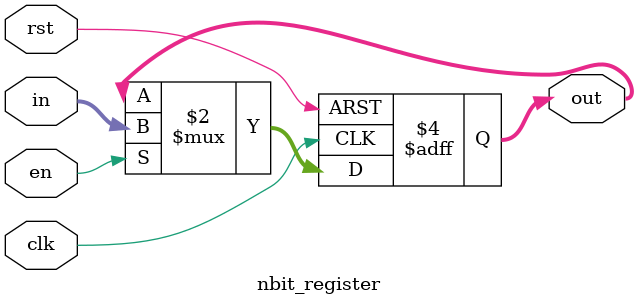
<source format=v>
`timescale 1ns / 1ps


module nbit_register #(parameter SIZE = 8)
(
    input clk,
    input [SIZE-1:0] in,
    input en,
    input rst,
    output reg [SIZE-1:0] out
);
    
    always@(posedge clk or posedge rst)
	begin
		if(rst)
	 	  out <= 0;
		else if (en)
		  out <= in;
	end

endmodule

</source>
